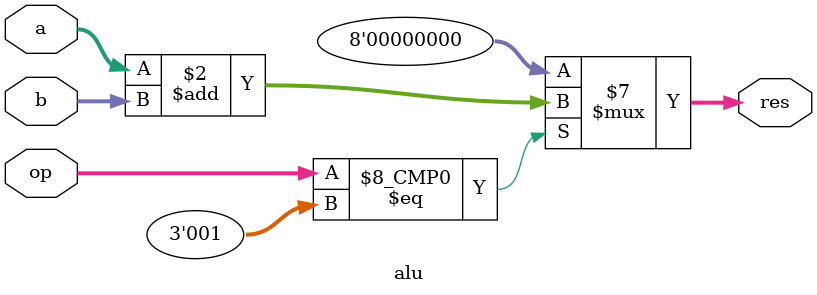
<source format=sv>
`timescale 1ns / 1ps


module alu (
	input logic [7:0]a,
	input logic [7:0]b,
	input logic [2:0]op,
	output logic [7:0]res
    );
    always_comb
    begin
    	case(op)
    		001: begin
    			res = (a + b); //suma
    			end
    		010: begin
    			res = a&&b; //and
    			end
    		011: begin
    			res = a||b; //or
    			end
    		100: begin
    			res = (a - b); //resta
    			end
    		default: begin
    			res = 8'd0;
    			end
    	endcase
    end
endmodule

</source>
